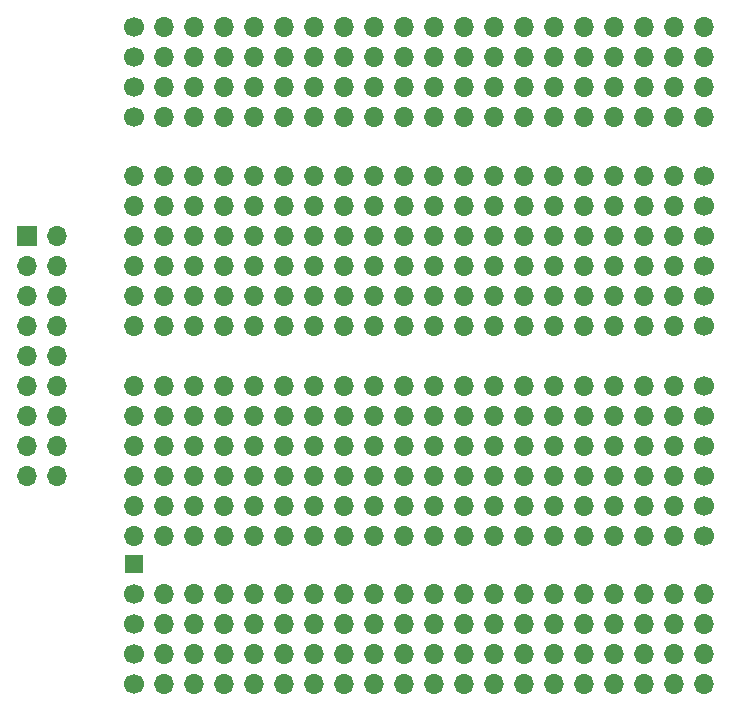
<source format=gts>
G04 #@! TF.GenerationSoftware,KiCad,Pcbnew,8.0.8*
G04 #@! TF.CreationDate,2025-02-19T14:02:03-05:00*
G04 #@! TF.ProjectId,plot_gerbers,706c6f74-5f67-4657-9262-6572732e6b69,rev?*
G04 #@! TF.SameCoordinates,Original*
G04 #@! TF.FileFunction,Soldermask,Top*
G04 #@! TF.FilePolarity,Negative*
%FSLAX46Y46*%
G04 Gerber Fmt 4.6, Leading zero omitted, Abs format (unit mm)*
G04 Created by KiCad (PCBNEW 8.0.8) date 2025-02-19 14:02:03*
%MOMM*%
%LPD*%
G01*
G04 APERTURE LIST*
%ADD10C,1.700000*%
%ADD11O,1.700000X1.700000*%
%ADD12R,1.700000X1.700000*%
%ADD13R,1.500000X1.500000*%
G04 APERTURE END LIST*
D10*
X124820000Y-127310000D03*
X124820000Y-124770000D03*
X124820000Y-122230000D03*
X124820000Y-119690000D03*
D11*
X127360000Y-127310000D03*
X127360000Y-124770000D03*
X127360000Y-122230000D03*
X127360000Y-119690000D03*
X129900000Y-127310000D03*
X129900000Y-124770000D03*
X129900000Y-122230000D03*
X129900000Y-119690000D03*
X132440000Y-127310000D03*
X132440000Y-124770000D03*
X132440000Y-122230000D03*
X132440000Y-119690000D03*
X134980000Y-127310000D03*
X134980000Y-124770000D03*
X134980000Y-122230000D03*
X134980000Y-119690000D03*
X137520000Y-127310000D03*
X137520000Y-124770000D03*
X137520000Y-122230000D03*
X137520000Y-119690000D03*
X140060000Y-127310000D03*
X140060000Y-124770000D03*
X140060000Y-122230000D03*
X140060000Y-119690000D03*
X142600000Y-127310000D03*
X142600000Y-124770000D03*
X142600000Y-122230000D03*
X142600000Y-119690000D03*
X145140000Y-127310000D03*
X145140000Y-124770000D03*
X145140000Y-122230000D03*
X145140000Y-119690000D03*
X147680000Y-127310000D03*
X147680000Y-124770000D03*
X147680000Y-122230000D03*
X147680000Y-119690000D03*
X150220000Y-127310000D03*
X150220000Y-124770000D03*
X150220000Y-122230000D03*
X150220000Y-119690000D03*
X152760000Y-127310000D03*
X152760000Y-124770000D03*
X152760000Y-122230000D03*
X152760000Y-119690000D03*
X155300000Y-127310000D03*
X155300000Y-124770000D03*
X155300000Y-122230000D03*
X155300000Y-119690000D03*
X157840000Y-127310000D03*
X157840000Y-124770000D03*
X157840000Y-122230000D03*
X157840000Y-119690000D03*
X160380000Y-127310000D03*
X160380000Y-124770000D03*
X160380000Y-122230000D03*
X160380000Y-119690000D03*
X162920000Y-127310000D03*
X162920000Y-124770000D03*
X162920000Y-122230000D03*
X162920000Y-119690000D03*
X165460000Y-127310000D03*
X165460000Y-124770000D03*
X165460000Y-122230000D03*
X165460000Y-119690000D03*
X168000000Y-127310000D03*
X168000000Y-124770000D03*
X168000000Y-122230000D03*
X168000000Y-119690000D03*
X170540000Y-127310000D03*
X170540000Y-124770000D03*
X170540000Y-122230000D03*
X170540000Y-119690000D03*
X173080000Y-127310000D03*
X173080000Y-124770000D03*
X173080000Y-122230000D03*
X173080000Y-119690000D03*
D12*
X115830000Y-89350000D03*
D11*
X118370000Y-89350000D03*
X115830000Y-91890000D03*
X118370000Y-91890000D03*
X115830000Y-94430000D03*
X118370000Y-94430000D03*
X115830000Y-96970000D03*
X118370000Y-96970000D03*
X115830000Y-99510000D03*
X118370000Y-99510000D03*
X115830000Y-102050000D03*
X118370000Y-102050000D03*
X115830000Y-104590000D03*
X118370000Y-104590000D03*
X115830000Y-107130000D03*
X118370000Y-107130000D03*
X115830000Y-109670000D03*
X118370000Y-109670000D03*
D13*
X124850000Y-117130000D03*
D10*
X124820000Y-79310000D03*
X124820000Y-76770000D03*
X124820000Y-74230000D03*
X124820000Y-71690000D03*
D11*
X127360000Y-79310000D03*
X127360000Y-76770000D03*
X127360000Y-74230000D03*
X127360000Y-71690000D03*
X129900000Y-79310000D03*
X129900000Y-76770000D03*
X129900000Y-74230000D03*
X129900000Y-71690000D03*
X132440000Y-79310000D03*
X132440000Y-76770000D03*
X132440000Y-74230000D03*
X132440000Y-71690000D03*
X134980000Y-79310000D03*
X134980000Y-76770000D03*
X134980000Y-74230000D03*
X134980000Y-71690000D03*
X137520000Y-79310000D03*
X137520000Y-76770000D03*
X137520000Y-74230000D03*
X137520000Y-71690000D03*
X140060000Y-79310000D03*
X140060000Y-76770000D03*
X140060000Y-74230000D03*
X140060000Y-71690000D03*
X142600000Y-79310000D03*
X142600000Y-76770000D03*
X142600000Y-74230000D03*
X142600000Y-71690000D03*
X145140000Y-79310000D03*
X145140000Y-76770000D03*
X145140000Y-74230000D03*
X145140000Y-71690000D03*
X147680000Y-79310000D03*
X147680000Y-76770000D03*
X147680000Y-74230000D03*
X147680000Y-71690000D03*
X150220000Y-79310000D03*
X150220000Y-76770000D03*
X150220000Y-74230000D03*
X150220000Y-71690000D03*
X152760000Y-79310000D03*
X152760000Y-76770000D03*
X152760000Y-74230000D03*
X152760000Y-71690000D03*
X155300000Y-79310000D03*
X155300000Y-76770000D03*
X155300000Y-74230000D03*
X155300000Y-71690000D03*
X157840000Y-79310000D03*
X157840000Y-76770000D03*
X157840000Y-74230000D03*
X157840000Y-71690000D03*
X160380000Y-79310000D03*
X160380000Y-76770000D03*
X160380000Y-74230000D03*
X160380000Y-71690000D03*
X162920000Y-79310000D03*
X162920000Y-76770000D03*
X162920000Y-74230000D03*
X162920000Y-71690000D03*
X165460000Y-79310000D03*
X165460000Y-76770000D03*
X165460000Y-74230000D03*
X165460000Y-71690000D03*
X168000000Y-79310000D03*
X168000000Y-76770000D03*
X168000000Y-74230000D03*
X168000000Y-71690000D03*
X170540000Y-79310000D03*
X170540000Y-76770000D03*
X170540000Y-74230000D03*
X170540000Y-71690000D03*
X173080000Y-79310000D03*
X173080000Y-76770000D03*
X173080000Y-74230000D03*
X173080000Y-71690000D03*
D10*
X173080000Y-84260000D03*
X173080000Y-86800000D03*
X173080000Y-89340000D03*
X173080000Y-91880000D03*
X173080000Y-94420000D03*
X173080000Y-96960000D03*
D11*
X170540000Y-84260000D03*
X170540000Y-86800000D03*
X170540000Y-89340000D03*
X170540000Y-91880000D03*
X170540000Y-94420000D03*
X170540000Y-96960000D03*
X168000000Y-84260000D03*
X168000000Y-86800000D03*
X168000000Y-89340000D03*
X168000000Y-91880000D03*
X168000000Y-94420000D03*
X168000000Y-96960000D03*
X165460000Y-84260000D03*
X165460000Y-86800000D03*
X165460000Y-89340000D03*
X165460000Y-91880000D03*
X165460000Y-94420000D03*
X165460000Y-96960000D03*
X162920000Y-84260000D03*
X162920000Y-86800000D03*
X162920000Y-89340000D03*
X162920000Y-91880000D03*
X162920000Y-94420000D03*
X162920000Y-96960000D03*
X160380000Y-84260000D03*
X160380000Y-86800000D03*
X160380000Y-89340000D03*
X160380000Y-91880000D03*
X160380000Y-94420000D03*
X160380000Y-96960000D03*
X157840000Y-84260000D03*
X157840000Y-86800000D03*
X157840000Y-89340000D03*
X157840000Y-91880000D03*
X157840000Y-94420000D03*
X157840000Y-96960000D03*
X155300000Y-84260000D03*
X155300000Y-86800000D03*
X155300000Y-89340000D03*
X155300000Y-91880000D03*
X155300000Y-94420000D03*
X155300000Y-96960000D03*
X152760000Y-84260000D03*
X152760000Y-86800000D03*
X152760000Y-89340000D03*
X152760000Y-91880000D03*
X152760000Y-94420000D03*
X152760000Y-96960000D03*
X150220000Y-84260000D03*
X150220000Y-86800000D03*
X150220000Y-89340000D03*
X150220000Y-91880000D03*
X150220000Y-94420000D03*
X150220000Y-96960000D03*
X147680000Y-84260000D03*
X147680000Y-86800000D03*
X147680000Y-89340000D03*
X147680000Y-91880000D03*
X147680000Y-94420000D03*
X147680000Y-96960000D03*
X145140000Y-84260000D03*
X145140000Y-86800000D03*
X145140000Y-89340000D03*
X145140000Y-91880000D03*
X145140000Y-94420000D03*
X145140000Y-96960000D03*
X142600000Y-84260000D03*
X142600000Y-86800000D03*
X142600000Y-89340000D03*
X142600000Y-91880000D03*
X142600000Y-94420000D03*
X142600000Y-96960000D03*
X140060000Y-84260000D03*
X140060000Y-86800000D03*
X140060000Y-89340000D03*
X140060000Y-91880000D03*
X140060000Y-94420000D03*
X140060000Y-96960000D03*
X137520000Y-84260000D03*
X137520000Y-86800000D03*
X137520000Y-89340000D03*
X137520000Y-91880000D03*
X137520000Y-94420000D03*
X137520000Y-96960000D03*
X134980000Y-84260000D03*
X134980000Y-86800000D03*
X134980000Y-89340000D03*
X134980000Y-91880000D03*
X134980000Y-94420000D03*
X134980000Y-96960000D03*
X132440000Y-84260000D03*
X132440000Y-86800000D03*
X132440000Y-89340000D03*
X132440000Y-91880000D03*
X132440000Y-94420000D03*
X132440000Y-96960000D03*
X129900000Y-84260000D03*
X129900000Y-86800000D03*
X129900000Y-89340000D03*
X129900000Y-91880000D03*
X129900000Y-94420000D03*
X129900000Y-96960000D03*
X127360000Y-84260000D03*
X127360000Y-86800000D03*
X127360000Y-89340000D03*
X127360000Y-91880000D03*
X127360000Y-94420000D03*
X127360000Y-96960000D03*
X124820000Y-84260000D03*
X124820000Y-86800000D03*
X124820000Y-89340000D03*
X124820000Y-91880000D03*
X124820000Y-94420000D03*
X124820000Y-96960000D03*
D10*
X173080000Y-102040000D03*
X173080000Y-104580000D03*
X173080000Y-107120000D03*
X173080000Y-109660000D03*
X173080000Y-112200000D03*
X173080000Y-114740000D03*
D11*
X170540000Y-102040000D03*
X170540000Y-104580000D03*
X170540000Y-107120000D03*
X170540000Y-109660000D03*
X170540000Y-112200000D03*
X170540000Y-114740000D03*
X168000000Y-102040000D03*
X168000000Y-104580000D03*
X168000000Y-107120000D03*
X168000000Y-109660000D03*
X168000000Y-112200000D03*
X168000000Y-114740000D03*
X165460000Y-102040000D03*
X165460000Y-104580000D03*
X165460000Y-107120000D03*
X165460000Y-109660000D03*
X165460000Y-112200000D03*
X165460000Y-114740000D03*
X162920000Y-102040000D03*
X162920000Y-104580000D03*
X162920000Y-107120000D03*
X162920000Y-109660000D03*
X162920000Y-112200000D03*
X162920000Y-114740000D03*
X160380000Y-102040000D03*
X160380000Y-104580000D03*
X160380000Y-107120000D03*
X160380000Y-109660000D03*
X160380000Y-112200000D03*
X160380000Y-114740000D03*
X157840000Y-102040000D03*
X157840000Y-104580000D03*
X157840000Y-107120000D03*
X157840000Y-109660000D03*
X157840000Y-112200000D03*
X157840000Y-114740000D03*
X155300000Y-102040000D03*
X155300000Y-104580000D03*
X155300000Y-107120000D03*
X155300000Y-109660000D03*
X155300000Y-112200000D03*
X155300000Y-114740000D03*
X152760000Y-102040000D03*
X152760000Y-104580000D03*
X152760000Y-107120000D03*
X152760000Y-109660000D03*
X152760000Y-112200000D03*
X152760000Y-114740000D03*
X150220000Y-102040000D03*
X150220000Y-104580000D03*
X150220000Y-107120000D03*
X150220000Y-109660000D03*
X150220000Y-112200000D03*
X150220000Y-114740000D03*
X147680000Y-102040000D03*
X147680000Y-104580000D03*
X147680000Y-107120000D03*
X147680000Y-109660000D03*
X147680000Y-112200000D03*
X147680000Y-114740000D03*
X145140000Y-102040000D03*
X145140000Y-104580000D03*
X145140000Y-107120000D03*
X145140000Y-109660000D03*
X145140000Y-112200000D03*
X145140000Y-114740000D03*
X142600000Y-102040000D03*
X142600000Y-104580000D03*
X142600000Y-107120000D03*
X142600000Y-109660000D03*
X142600000Y-112200000D03*
X142600000Y-114740000D03*
X140060000Y-102040000D03*
X140060000Y-104580000D03*
X140060000Y-107120000D03*
X140060000Y-109660000D03*
X140060000Y-112200000D03*
X140060000Y-114740000D03*
X137520000Y-102040000D03*
X137520000Y-104580000D03*
X137520000Y-107120000D03*
X137520000Y-109660000D03*
X137520000Y-112200000D03*
X137520000Y-114740000D03*
X134980000Y-102040000D03*
X134980000Y-104580000D03*
X134980000Y-107120000D03*
X134980000Y-109660000D03*
X134980000Y-112200000D03*
X134980000Y-114740000D03*
X132440000Y-102040000D03*
X132440000Y-104580000D03*
X132440000Y-107120000D03*
X132440000Y-109660000D03*
X132440000Y-112200000D03*
X132440000Y-114740000D03*
X129900000Y-102040000D03*
X129900000Y-104580000D03*
X129900000Y-107120000D03*
X129900000Y-109660000D03*
X129900000Y-112200000D03*
X129900000Y-114740000D03*
X127360000Y-102040000D03*
X127360000Y-104580000D03*
X127360000Y-107120000D03*
X127360000Y-109660000D03*
X127360000Y-112200000D03*
X127360000Y-114740000D03*
X124820000Y-102040000D03*
X124820000Y-104580000D03*
X124820000Y-107120000D03*
X124820000Y-109660000D03*
X124820000Y-112200000D03*
X124820000Y-114740000D03*
M02*

</source>
